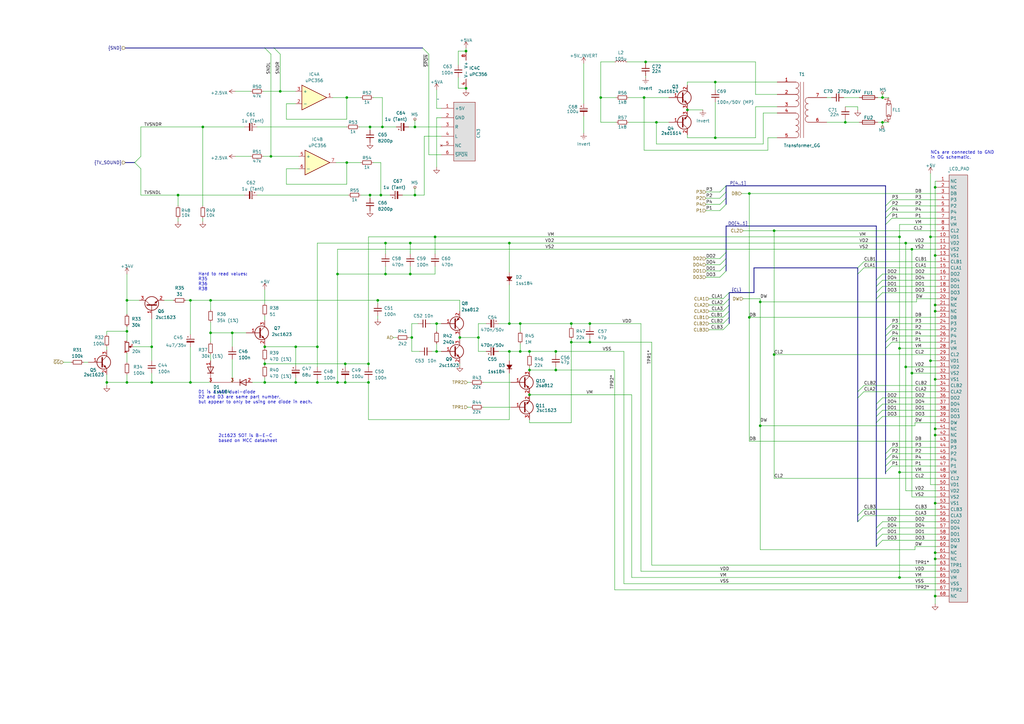
<source format=kicad_sch>
(kicad_sch (version 20230121) (generator eeschema)
  (paper "A3")
  (title_block (title "LCD Connection"))
  (bus_alias "" (members))
  (bus_alias "CL" (members "CLA1" "CLA2" "CLA3" "CLB1" "CLB2" "CLB3"))
  (junction (at 213.36 144.145))
  (junction (at 62.23 156.845))
  (junction (at 383.54 175.895))
  (junction (at 281.94 45.085))
  (junction (at 383.54 76.835))
  (junction (at 293.37 56.515))
  (junction (at 168.275 99.695))
  (junction (at 43.815 156.845))
  (junction (at 227.965 144.145))
  (junction (at 168.91 138.43))
  (junction (at 264.16 40.005))
  (junction (at 217.17 144.145))
  (junction (at 156.21 80.01))
  (junction (at 307.34 79.375))
  (junction (at 138.43 156.845))
  (junction (at 111.125 64.135))
  (junction (at 141.605 156.845))
  (junction (at 78.105 156.845))
  (junction (at 168.275 112.395))
  (junction (at 307.34 130.175))
  (junction (at 317.5 94.615))
  (junction (at 246.38 40.005))
  (junction (at 241.935 140.335))
  (junction (at 52.07 135.89))
  (junction (at 264.795 25.4))
  (junction (at 142.24 66.675))
  (junction (at 311.785 123.825))
  (junction (at 114.935 37.465))
  (junction (at 361.95 40.005))
  (junction (at 151.765 52.07))
  (junction (at 234.315 140.335))
  (junction (at 213.36 132.715))
  (junction (at 368.935 236.855))
  (junction (at 130.175 156.845))
  (junction (at 241.935 132.715))
  (junction (at 121.285 142.24))
  (junction (at 208.915 144.145))
  (junction (at 78.105 123.19))
  (junction (at 154.94 123.19))
  (junction (at 95.25 136.525))
  (junction (at 383.54 178.435))
  (junction (at 86.36 123.19))
  (junction (at 191.135 20.955))
  (junction (at 158.115 112.395))
  (junction (at 383.54 125.095))
  (junction (at 142.24 40.005))
  (junction (at 52.07 156.845))
  (junction (at 208.915 132.715))
  (junction (at 383.54 229.235))
  (junction (at 217.17 161.925))
  (junction (at 371.475 150.495))
  (junction (at 130.175 142.24))
  (junction (at 83.185 52.07))
  (junction (at 179.07 132.715))
  (junction (at 151.13 156.845))
  (junction (at 374.015 153.035))
  (junction (at 196.215 138.43))
  (junction (at 368.935 142.875))
  (junction (at 383.54 127.635))
  (junction (at 361.95 50.165))
  (junction (at 381.635 147.955))
  (junction (at 108.585 156.845))
  (junction (at 86.36 136.525))
  (junction (at 191.135 36.195))
  (junction (at 73.025 80.01))
  (junction (at 108.585 149.225))
  (junction (at 317.5 145.415))
  (junction (at 138.43 112.395))
  (junction (at 381.635 97.155))
  (junction (at 368.935 97.155))
  (junction (at 311.785 174.625))
  (junction (at 170.18 80.01))
  (junction (at 383.54 206.375))
  (junction (at 374.015 102.235))
  (junction (at 151.765 80.01))
  (junction (at 108.585 142.24))
  (junction (at 269.24 50.165))
  (junction (at 156.845 52.07))
  (junction (at 141.605 149.225))
  (junction (at 52.07 123.19))
  (junction (at 121.285 156.845))
  (junction (at 383.54 244.475))
  (junction (at 208.915 99.695))
  (junction (at 383.54 155.575))
  (junction (at 371.475 99.695))
  (junction (at 151.13 149.225))
  (junction (at 383.54 226.695))
  (junction (at 234.315 132.715))
  (junction (at 368.935 193.675))
  (junction (at 178.435 97.155))
  (junction (at 217.17 151.765))
  (junction (at 293.37 33.655))
  (junction (at 383.54 104.775))
  (junction (at 170.18 52.07))
  (junction (at 158.115 99.695))
  (junction (at 62.23 142.24))
  (junction (at 346.71 50.165))
  (junction (at 179.07 144.145))
  (junction (at 227.965 151.765))
  (junction (at 188.595 138.43))
  (bus_entry (at 363.22 86.995) (size 2.54 -2.54))
  (bus_entry (at 363.22 92.075) (size 2.54 -2.54))
  (bus_entry (at 361.95 165.735) (size -2.54 2.54))
  (bus_entry (at 295.275 108.585) (size 2.54 -2.54))
  (bus_entry (at 363.22 191.135) (size 2.54 -2.54))
  (bus_entry (at 363.22 188.595) (size 2.54 -2.54))
  (bus_entry (at 354.33 158.115) (size -2.54 2.54))
  (bus_entry (at 361.95 216.535) (size -2.54 2.54))
  (bus_entry (at 361.95 170.815) (size -2.54 2.54))
  (bus_entry (at 354.33 160.655) (size -2.54 2.54))
  (bus_entry (at 361.95 112.395) (size -2.54 2.54))
  (bus_entry (at 361.95 221.615) (size -2.54 2.54))
  (bus_entry (at 296.545 135.255) (size 2.54 -2.54))
  (bus_entry (at 57.785 69.215) (size -2.54 -2.54))
  (bus_entry (at 354.33 107.315) (size -2.54 2.54))
  (bus_entry (at 296.545 122.555) (size 2.54 -2.54))
  (bus_entry (at 361.95 163.195) (size -2.54 2.54))
  (bus_entry (at 295.275 86.36) (size 2.54 -2.54))
  (bus_entry (at 108.585 19.685) (size 2.54 2.54))
  (bus_entry (at 354.33 211.455) (size -2.54 2.54))
  (bus_entry (at 363.22 142.875) (size 2.54 -2.54))
  (bus_entry (at 354.33 208.915) (size -2.54 2.54))
  (bus_entry (at 112.395 19.685) (size 2.54 2.54))
  (bus_entry (at 295.275 81.28) (size 2.54 -2.54))
  (bus_entry (at 295.275 113.665) (size 2.54 -2.54))
  (bus_entry (at 295.275 106.045) (size 2.54 -2.54))
  (bus_entry (at 363.22 140.335) (size 2.54 -2.54))
  (bus_entry (at 363.22 84.455) (size 2.54 -2.54))
  (bus_entry (at 361.95 114.935) (size -2.54 2.54))
  (bus_entry (at 361.95 120.015) (size -2.54 2.54))
  (bus_entry (at 296.545 125.095) (size 2.54 -2.54))
  (bus_entry (at 295.275 83.82) (size 2.54 -2.54))
  (bus_entry (at 296.545 130.175) (size 2.54 -2.54))
  (bus_entry (at 296.545 127.635) (size 2.54 -2.54))
  (bus_entry (at 295.275 78.74) (size 2.54 -2.54))
  (bus_entry (at 296.545 132.715) (size 2.54 -2.54))
  (bus_entry (at 363.22 186.055) (size 2.54 -2.54))
  (bus_entry (at 55.245 66.675) (size 2.54 -2.54))
  (bus_entry (at 173.355 19.685) (size 2.54 2.54))
  (bus_entry (at 361.95 219.075) (size -2.54 2.54))
  (bus_entry (at 295.275 111.125) (size 2.54 -2.54))
  (bus_entry (at 361.95 117.475) (size -2.54 2.54))
  (bus_entry (at 363.22 137.795) (size 2.54 -2.54))
  (bus_entry (at 363.22 89.535) (size 2.54 -2.54))
  (bus_entry (at 354.33 109.855) (size -2.54 2.54))
  (bus_entry (at 361.95 168.275) (size -2.54 2.54))
  (bus_entry (at 361.95 213.995) (size -2.54 2.54))
  (bus_entry (at 363.22 135.255) (size 2.54 -2.54))
  (bus_entry (at 363.22 193.675) (size 2.54 -2.54))
  (wire (pts (xy 383.54 206.375) (xy 383.54 226.695)))
  (wire (pts (xy 138.43 156.845) (xy 138.43 112.395)))
  (wire (pts (xy 151.13 149.225) (xy 151.13 150.495)))
  (wire (pts (xy 78.105 123.19) (xy 86.36 123.19)))
  (bus (pts (xy 112.395 19.685) (xy 173.355 19.685)))
  (wire (pts (xy 234.315 139.065) (xy 234.315 140.335)))
  (wire (pts (xy 264.16 40.005) (xy 274.32 40.005)))
  (wire (pts (xy 361.95 50.165) (xy 361.95 52.07)))
  (wire (pts (xy 142.24 66.675) (xy 147.955 66.675)))
  (wire (pts (xy 368.935 92.075) (xy 368.935 97.155)))
  (wire (pts (xy 365.76 89.535) (xy 384.175 89.535)))
  (bus (pts (xy 297.815 83.82) (xy 297.815 81.28)))
  (wire (pts (xy 368.935 142.875) (xy 384.175 142.875)))
  (wire (pts (xy 259.08 161.925) (xy 259.08 236.855)))
  (wire (pts (xy 151.13 149.225) (xy 151.13 97.155)))
  (bus (pts (xy 351.79 211.455) (xy 351.79 213.995)))
  (wire (pts (xy 293.37 33.655) (xy 318.77 33.655)))
  (wire (pts (xy 151.765 52.07) (xy 156.845 52.07)))
  (wire (pts (xy 307.34 130.175) (xy 307.34 79.375)))
  (wire (pts (xy 142.24 40.005) (xy 142.24 48.895)))
  (wire (pts (xy 375.285 173.355) (xy 384.175 173.355)))
  (bus (pts (xy 359.41 165.735) (xy 359.41 168.275)))
  (wire (pts (xy 168.275 99.695) (xy 208.915 99.695)))
  (bus (pts (xy 297.815 103.505) (xy 297.815 106.045)))
  (wire (pts (xy 130.175 155.575) (xy 130.175 156.845)))
  (wire (pts (xy 264.795 31.115) (xy 264.795 31.75)))
  (wire (pts (xy 179.07 132.715) (xy 180.975 132.715)))
  (wire (pts (xy 311.785 174.625) (xy 311.785 225.425)))
  (wire (pts (xy 365.76 86.995) (xy 384.175 86.995)))
  (wire (pts (xy 383.54 127.635) (xy 383.54 155.575)))
  (wire (pts (xy 141.605 149.225) (xy 141.605 150.495)))
  (wire (pts (xy 368.935 92.075) (xy 384.175 92.075)))
  (wire (pts (xy 375.285 224.155) (xy 384.175 224.155)))
  (wire (pts (xy 141.605 149.225) (xy 151.13 149.225)))
  (wire (pts (xy 383.54 206.375) (xy 384.175 206.375)))
  (wire (pts (xy 217.17 151.765) (xy 217.17 150.495)))
  (wire (pts (xy 153.035 66.675) (xy 156.21 66.675)))
  (wire (pts (xy 374.015 153.035) (xy 384.175 153.035)))
  (wire (pts (xy 311.785 123.825) (xy 311.785 174.625)))
  (wire (pts (xy 281.94 34.925) (xy 281.94 33.655)))
  (wire (pts (xy 383.54 244.475) (xy 384.175 244.475)))
  (bus (pts (xy 299.085 125.095) (xy 299.085 122.555)))
  (wire (pts (xy 374.015 102.235) (xy 384.175 102.235)))
  (wire (pts (xy 361.95 112.395) (xy 384.175 112.395)))
  (bus (pts (xy 363.22 142.875) (xy 363.22 186.055)))
  (bus (pts (xy 359.41 92.71) (xy 359.41 114.935)))
  (wire (pts (xy 151.13 172.085) (xy 151.13 156.845)))
  (bus (pts (xy 359.41 168.275) (xy 359.41 170.815)))
  (wire (pts (xy 234.315 132.715) (xy 241.935 132.715)))
  (wire (pts (xy 204.47 132.715) (xy 208.915 132.715)))
  (wire (pts (xy 73.025 89.535) (xy 73.025 90.805)))
  (bus (pts (xy 363.22 84.455) (xy 363.22 86.995)))
  (wire (pts (xy 173.99 55.88) (xy 173.99 80.01)))
  (wire (pts (xy 383.54 175.895) (xy 384.175 175.895)))
  (wire (pts (xy 381.635 71.12) (xy 381.635 97.155)))
  (bus (pts (xy 359.41 170.815) (xy 359.41 173.355)))
  (wire (pts (xy 78.105 123.19) (xy 78.105 137.16)))
  (wire (pts (xy 179.07 144.145) (xy 180.975 144.145)))
  (wire (pts (xy 67.31 123.19) (xy 71.12 123.19)))
  (wire (pts (xy 267.335 231.775) (xy 384.175 231.775)))
  (wire (pts (xy 178.435 109.22) (xy 178.435 112.395)))
  (wire (pts (xy 117.475 42.545) (xy 121.285 42.545)))
  (wire (pts (xy 86.36 132.08) (xy 86.36 136.525)))
  (bus (pts (xy 297.815 76.2) (xy 363.22 76.2)))
  (wire (pts (xy 62.23 153.035) (xy 62.23 156.845)))
  (wire (pts (xy 191.135 36.195) (xy 191.135 36.83)))
  (wire (pts (xy 108.585 156.845) (xy 121.285 156.845)))
  (wire (pts (xy 354.33 160.655) (xy 384.175 160.655)))
  (wire (pts (xy 167.64 52.07) (xy 170.18 52.07)))
  (wire (pts (xy 52.07 112.395) (xy 52.07 123.19)))
  (wire (pts (xy 241.935 132.715) (xy 241.935 133.985)))
  (wire (pts (xy 57.785 52.07) (xy 83.185 52.07)))
  (wire (pts (xy 368.935 97.155) (xy 368.935 142.875)))
  (wire (pts (xy 227.965 151.765) (xy 217.17 151.765)))
  (wire (pts (xy 383.54 226.695) (xy 384.175 226.695)))
  (wire (pts (xy 26.035 148.59) (xy 29.21 148.59)))
  (wire (pts (xy 307.34 180.975) (xy 307.34 130.175)))
  (wire (pts (xy 158.115 112.395) (xy 138.43 112.395)))
  (wire (pts (xy 383.54 104.775) (xy 384.175 104.775)))
  (wire (pts (xy 293.37 56.515) (xy 309.88 56.515)))
  (wire (pts (xy 78.105 142.24) (xy 78.105 156.845)))
  (wire (pts (xy 208.915 116.84) (xy 208.915 132.715)))
  (wire (pts (xy 314.96 56.515) (xy 314.96 61.595)))
  (bus (pts (xy 299.085 122.555) (xy 299.085 120.015)))
  (wire (pts (xy 52.07 123.19) (xy 57.15 123.19)))
  (wire (pts (xy 255.905 239.395) (xy 384.175 239.395)))
  (wire (pts (xy 339.09 50.165) (xy 346.71 50.165)))
  (wire (pts (xy 108.585 129.54) (xy 108.585 131.445)))
  (wire (pts (xy 168.275 99.695) (xy 168.275 104.14)))
  (wire (pts (xy 153.035 40.005) (xy 156.845 40.005)))
  (wire (pts (xy 354.33 208.915) (xy 384.175 208.915)))
  (wire (pts (xy 289.56 113.665) (xy 295.275 113.665)))
  (wire (pts (xy 114.935 37.465) (xy 121.285 37.465)))
  (wire (pts (xy 208.915 111.76) (xy 208.915 99.695)))
  (wire (pts (xy 208.915 153.035) (xy 208.915 172.085)))
  (wire (pts (xy 208.915 99.695) (xy 371.475 99.695)))
  (wire (pts (xy 179.07 48.26) (xy 179.07 68.58)))
  (wire (pts (xy 227.965 150.495) (xy 227.965 151.765)))
  (wire (pts (xy 318.77 43.815) (xy 309.88 43.815)))
  (wire (pts (xy 234.315 173.355) (xy 234.315 140.335)))
  (wire (pts (xy 86.36 123.19) (xy 86.36 127)))
  (wire (pts (xy 311.785 123.825) (xy 311.785 122.555)))
  (wire (pts (xy 269.24 50.165) (xy 274.32 50.165)))
  (wire (pts (xy 188.595 137.795) (xy 188.595 138.43)))
  (wire (pts (xy 252.095 241.935) (xy 384.175 241.935)))
  (wire (pts (xy 365.76 191.135) (xy 384.175 191.135)))
  (bus (pts (xy 297.815 108.585) (xy 297.815 111.125)))
  (wire (pts (xy 374.015 203.835) (xy 384.175 203.835)))
  (wire (pts (xy 264.795 25.4) (xy 309.88 25.4)))
  (wire (pts (xy 173.99 55.88) (xy 180.975 55.88)))
  (wire (pts (xy 383.54 127.635) (xy 384.175 127.635)))
  (wire (pts (xy 241.935 132.715) (xy 262.89 132.715)))
  (wire (pts (xy 289.56 111.125) (xy 295.275 111.125)))
  (wire (pts (xy 289.56 108.585) (xy 295.275 108.585)))
  (wire (pts (xy 196.215 138.43) (xy 196.215 144.145)))
  (wire (pts (xy 361.95 216.535) (xy 384.175 216.535)))
  (bus (pts (xy 363.22 137.795) (xy 363.22 140.335)))
  (wire (pts (xy 178.435 97.155) (xy 178.435 104.14)))
  (wire (pts (xy 304.165 79.375) (xy 307.34 79.375)))
  (wire (pts (xy 257.81 50.165) (xy 269.24 50.165)))
  (wire (pts (xy 293.37 41.91) (xy 293.37 56.515)))
  (wire (pts (xy 57.785 64.135) (xy 57.785 52.07)))
  (bus (pts (xy 359.41 114.935) (xy 359.41 117.475)))
  (bus (pts (xy 299.085 120.015) (xy 309.245 120.015)))
  (wire (pts (xy 381.635 147.955) (xy 381.635 198.755)))
  (wire (pts (xy 361.95 120.015) (xy 384.175 120.015)))
  (wire (pts (xy 269.24 59.055) (xy 313.055 59.055)))
  (wire (pts (xy 130.175 99.695) (xy 158.115 99.695)))
  (wire (pts (xy 290.83 135.255) (xy 296.545 135.255)))
  (wire (pts (xy 108.585 149.225) (xy 108.585 149.86)))
  (bus (pts (xy 363.22 193.675) (xy 363.22 194.31)))
  (wire (pts (xy 281.94 56.515) (xy 281.94 55.245)))
  (wire (pts (xy 257.81 40.005) (xy 264.16 40.005)))
  (wire (pts (xy 346.71 50.165) (xy 352.425 50.165)))
  (wire (pts (xy 374.015 153.035) (xy 374.015 203.835)))
  (bus (pts (xy 309.245 120.015) (xy 309.245 109.855)))
  (wire (pts (xy 213.36 132.715) (xy 234.315 132.715)))
  (wire (pts (xy 43.815 135.89) (xy 52.07 135.89)))
  (wire (pts (xy 76.2 123.19) (xy 78.105 123.19)))
  (wire (pts (xy 151.765 52.07) (xy 151.765 53.34)))
  (wire (pts (xy 151.13 97.155) (xy 178.435 97.155)))
  (bus (pts (xy 363.22 76.2) (xy 363.22 84.455)))
  (wire (pts (xy 361.95 50.165) (xy 364.49 50.165)))
  (wire (pts (xy 290.83 132.715) (xy 296.545 132.715)))
  (wire (pts (xy 142.24 48.895) (xy 117.475 48.895)))
  (wire (pts (xy 43.815 142.24) (xy 43.815 143.51)))
  (bus (pts (xy 359.41 216.535) (xy 359.41 219.075)))
  (wire (pts (xy 107.95 64.135) (xy 111.125 64.135)))
  (wire (pts (xy 43.815 153.67) (xy 43.815 156.845)))
  (wire (pts (xy 52.07 156.845) (xy 62.23 156.845)))
  (wire (pts (xy 196.215 144.145) (xy 199.39 144.145)))
  (wire (pts (xy 96.52 64.135) (xy 102.87 64.135)))
  (wire (pts (xy 52.07 153.67) (xy 52.07 156.845)))
  (wire (pts (xy 375.92 122.555) (xy 375.92 123.825)))
  (wire (pts (xy 289.56 106.045) (xy 295.275 106.045)))
  (wire (pts (xy 117.475 75.565) (xy 117.475 69.215)))
  (wire (pts (xy 269.24 50.165) (xy 269.24 59.055)))
  (wire (pts (xy 290.83 130.175) (xy 296.545 130.175)))
  (wire (pts (xy 178.435 97.155) (xy 368.935 97.155)))
  (bus (pts (xy 363.22 188.595) (xy 363.22 191.135)))
  (wire (pts (xy 191.77 167.005) (xy 193.04 167.005)))
  (wire (pts (xy 43.815 137.16) (xy 43.815 135.89)))
  (wire (pts (xy 354.33 109.855) (xy 384.175 109.855)))
  (wire (pts (xy 173.99 80.01) (xy 170.18 80.01)))
  (bus (pts (xy 297.815 81.28) (xy 297.815 78.74)))
  (wire (pts (xy 264.795 25.4) (xy 264.795 26.035)))
  (wire (pts (xy 156.845 40.005) (xy 156.845 52.07)))
  (wire (pts (xy 158.115 99.695) (xy 168.275 99.695)))
  (bus (pts (xy 359.41 120.015) (xy 359.41 122.555)))
  (wire (pts (xy 43.815 156.845) (xy 43.815 158.115)))
  (wire (pts (xy 309.88 25.4) (xy 309.88 38.735)))
  (wire (pts (xy 267.335 140.335) (xy 267.335 231.775)))
  (bus (pts (xy 297.815 92.71) (xy 359.41 92.71)))
  (wire (pts (xy 83.185 52.07) (xy 100.33 52.07)))
  (wire (pts (xy 62.23 142.24) (xy 62.23 147.955)))
  (bus (pts (xy 359.41 219.075) (xy 359.41 221.615)))
  (wire (pts (xy 239.395 47.625) (xy 239.395 54.61)))
  (bus (pts (xy 297.815 76.2) (xy 297.815 78.74)))
  (bus (pts (xy 299.085 125.095) (xy 299.085 127.635)))
  (wire (pts (xy 103.505 156.845) (xy 108.585 156.845)))
  (wire (pts (xy 290.83 127.635) (xy 296.545 127.635)))
  (wire (pts (xy 318.77 38.735) (xy 309.88 38.735)))
  (wire (pts (xy 170.18 76.835) (xy 170.18 80.01)))
  (wire (pts (xy 361.95 165.735) (xy 384.175 165.735)))
  (wire (pts (xy 199.39 132.715) (xy 196.215 132.715)))
  (wire (pts (xy 156.845 52.07) (xy 162.56 52.07)))
  (wire (pts (xy 168.91 144.145) (xy 172.085 144.145)))
  (wire (pts (xy 147.955 80.01) (xy 151.765 80.01)))
  (wire (pts (xy 138.43 156.845) (xy 141.605 156.845)))
  (wire (pts (xy 289.56 78.74) (xy 295.275 78.74)))
  (wire (pts (xy 73.025 80.01) (xy 73.025 84.455)))
  (wire (pts (xy 213.36 132.715) (xy 213.36 135.89)))
  (wire (pts (xy 151.13 155.575) (xy 151.13 156.845)))
  (wire (pts (xy 168.275 112.395) (xy 158.115 112.395)))
  (wire (pts (xy 142.24 66.675) (xy 142.24 75.565)))
  (wire (pts (xy 105.41 80.01) (xy 142.875 80.01)))
  (wire (pts (xy 198.12 167.005) (xy 209.55 167.005)))
  (wire (pts (xy 83.185 52.07) (xy 83.185 84.455)))
  (wire (pts (xy 107.95 37.465) (xy 114.935 37.465)))
  (wire (pts (xy 175.895 63.5) (xy 175.895 22.225)))
  (bus (pts (xy 359.41 117.475) (xy 359.41 120.015)))
  (wire (pts (xy 255.905 144.145) (xy 255.905 239.395)))
  (bus (pts (xy 363.22 92.075) (xy 363.22 135.255)))
  (wire (pts (xy 381.635 97.155) (xy 381.635 147.955)))
  (wire (pts (xy 383.54 229.235) (xy 384.175 229.235)))
  (wire (pts (xy 371.475 150.495) (xy 371.475 201.295)))
  (bus (pts (xy 363.22 89.535) (xy 363.22 92.075)))
  (wire (pts (xy 141.605 155.575) (xy 141.605 156.845)))
  (wire (pts (xy 227.965 151.765) (xy 252.095 151.765)))
  (wire (pts (xy 130.175 156.845) (xy 138.43 156.845)))
  (wire (pts (xy 111.125 22.225) (xy 111.125 64.135)))
  (wire (pts (xy 217.17 144.145) (xy 213.36 144.145)))
  (wire (pts (xy 187.96 31.75) (xy 187.96 36.195)))
  (wire (pts (xy 375.285 173.355) (xy 375.285 174.625)))
  (wire (pts (xy 239.395 26.035) (xy 239.395 42.545)))
  (wire (pts (xy 293.37 33.655) (xy 293.37 36.83)))
  (wire (pts (xy 262.89 132.715) (xy 262.89 234.315)))
  (bus (pts (xy 351.79 112.395) (xy 351.79 160.655)))
  (wire (pts (xy 217.17 172.085) (xy 217.17 173.355)))
  (wire (pts (xy 375.285 225.425) (xy 311.785 225.425)))
  (wire (pts (xy 246.38 50.165) (xy 252.73 50.165)))
  (wire (pts (xy 117.475 48.895) (xy 117.475 42.545)))
  (wire (pts (xy 383.54 125.095) (xy 383.54 127.635)))
  (wire (pts (xy 289.56 86.36) (xy 295.275 86.36)))
  (wire (pts (xy 187.96 36.195) (xy 191.135 36.195)))
  (wire (pts (xy 111.125 64.135) (xy 122.555 64.135)))
  (wire (pts (xy 241.935 140.335) (xy 267.335 140.335)))
  (wire (pts (xy 289.56 83.82) (xy 295.275 83.82)))
  (wire (pts (xy 317.5 94.615) (xy 384.175 94.615)))
  (wire (pts (xy 188.595 123.19) (xy 188.595 127.635)))
  (wire (pts (xy 383.54 178.435) (xy 384.175 178.435)))
  (wire (pts (xy 217.17 161.925) (xy 259.08 161.925)))
  (wire (pts (xy 170.18 52.07) (xy 180.975 52.07)))
  (wire (pts (xy 154.94 123.19) (xy 188.595 123.19)))
  (wire (pts (xy 78.105 156.845) (xy 86.36 156.845)))
  (wire (pts (xy 383.54 178.435) (xy 383.54 206.375)))
  (bus (pts (xy 299.085 132.715) (xy 299.085 130.175)))
  (wire (pts (xy 368.935 236.855) (xy 384.175 236.855)))
  (wire (pts (xy 346.71 43.815) (xy 351.79 43.815)))
  (wire (pts (xy 180.975 48.26) (xy 179.07 48.26)))
  (wire (pts (xy 365.76 186.055) (xy 384.175 186.055)))
  (wire (pts (xy 179.07 36.83) (xy 179.07 44.45)))
  (wire (pts (xy 311.785 174.625) (xy 375.285 174.625)))
  (wire (pts (xy 204.47 144.145) (xy 208.915 144.145)))
  (wire (pts (xy 156.21 66.675) (xy 156.21 80.01)))
  (wire (pts (xy 361.95 170.815) (xy 384.175 170.815)))
  (wire (pts (xy 198.12 156.845) (xy 209.55 156.845)))
  (wire (pts (xy 158.115 99.695) (xy 158.115 104.14)))
  (wire (pts (xy 371.475 99.695) (xy 371.475 150.495)))
  (wire (pts (xy 383.54 244.475) (xy 383.54 247.65)))
  (wire (pts (xy 117.475 69.215) (xy 122.555 69.215)))
  (wire (pts (xy 383.54 76.835) (xy 384.175 76.835)))
  (wire (pts (xy 361.95 219.075) (xy 384.175 219.075)))
  (wire (pts (xy 365.76 140.335) (xy 384.175 140.335)))
  (wire (pts (xy 383.54 226.695) (xy 383.54 229.235)))
  (wire (pts (xy 241.935 140.335) (xy 241.935 139.065)))
  (wire (pts (xy 307.34 130.175) (xy 384.175 130.175)))
  (wire (pts (xy 161.29 138.43) (xy 162.56 138.43)))
  (wire (pts (xy 234.315 132.715) (xy 234.315 133.985)))
  (wire (pts (xy 57.785 80.01) (xy 73.025 80.01)))
  (wire (pts (xy 188.595 138.43) (xy 188.595 139.065)))
  (wire (pts (xy 313.055 46.355) (xy 318.77 46.355)))
  (wire (pts (xy 108.585 118.745) (xy 108.585 124.46)))
  (wire (pts (xy 227.965 144.145) (xy 217.17 144.145)))
  (wire (pts (xy 246.38 25.4) (xy 246.38 40.005)))
  (wire (pts (xy 52.07 123.19) (xy 52.07 128.905)))
  (wire (pts (xy 95.25 136.525) (xy 100.965 136.525)))
  (wire (pts (xy 290.83 125.095) (xy 296.545 125.095)))
  (wire (pts (xy 361.95 213.995) (xy 384.175 213.995)))
  (wire (pts (xy 354.33 107.315) (xy 384.175 107.315)))
  (wire (pts (xy 208.915 172.085) (xy 151.13 172.085)))
  (wire (pts (xy 130.175 142.24) (xy 130.175 150.495)))
  (wire (pts (xy 351.79 43.815) (xy 351.79 45.085)))
  (wire (pts (xy 361.95 38.1) (xy 361.95 40.005)))
  (wire (pts (xy 156.21 80.01) (xy 160.02 80.01)))
  (wire (pts (xy 168.91 132.715) (xy 168.91 138.43)))
  (wire (pts (xy 384.175 97.155) (xy 381.635 97.155)))
  (wire (pts (xy 108.585 154.94) (xy 108.585 156.845)))
  (bus (pts (xy 309.245 109.855) (xy 351.79 109.855)))
  (wire (pts (xy 170.18 80.01) (xy 165.1 80.01)))
  (wire (pts (xy 381.635 147.955) (xy 384.175 147.955)))
  (wire (pts (xy 311.785 123.825) (xy 375.92 123.825)))
  (wire (pts (xy 121.285 154.94) (xy 121.285 156.845)))
  (wire (pts (xy 309.88 43.815) (xy 309.88 56.515)))
  (wire (pts (xy 368.935 193.675) (xy 384.175 193.675)))
  (wire (pts (xy 208.915 144.145) (xy 213.36 144.145)))
  (wire (pts (xy 105.41 52.07) (xy 142.24 52.07)))
  (wire (pts (xy 57.785 69.215) (xy 57.785 80.01)))
  (wire (pts (xy 158.115 109.22) (xy 158.115 112.395)))
  (wire (pts (xy 142.24 75.565) (xy 117.475 75.565)))
  (wire (pts (xy 289.56 81.28) (xy 295.275 81.28)))
  (wire (pts (xy 179.07 132.715) (xy 179.07 135.89)))
  (wire (pts (xy 307.34 180.975) (xy 384.175 180.975)))
  (wire (pts (xy 365.76 132.715) (xy 384.175 132.715)))
  (wire (pts (xy 86.36 123.19) (xy 154.94 123.19)))
  (wire (pts (xy 365.76 137.795) (xy 384.175 137.795)))
  (wire (pts (xy 208.915 147.955) (xy 208.915 144.145)))
  (wire (pts (xy 371.475 150.495) (xy 384.175 150.495)))
  (wire (pts (xy 365.76 81.915) (xy 384.175 81.915)))
  (wire (pts (xy 383.54 175.895) (xy 383.54 178.435)))
  (wire (pts (xy 208.915 132.715) (xy 213.36 132.715)))
  (wire (pts (xy 375.285 224.155) (xy 375.285 225.425)))
  (wire (pts (xy 187.96 20.955) (xy 191.135 20.955)))
  (bus (pts (xy 51.435 19.685) (xy 108.585 19.685)))
  (wire (pts (xy 361.95 40.005) (xy 364.49 40.005)))
  (wire (pts (xy 73.025 80.01) (xy 100.33 80.01)))
  (wire (pts (xy 121.285 156.845) (xy 130.175 156.845)))
  (wire (pts (xy 383.54 155.575) (xy 383.54 175.895)))
  (wire (pts (xy 317.5 145.415) (xy 317.5 196.215)))
  (wire (pts (xy 257.175 25.4) (xy 264.795 25.4)))
  (wire (pts (xy 178.435 112.395) (xy 168.275 112.395)))
  (wire (pts (xy 304.8 122.555) (xy 311.785 122.555)))
  (wire (pts (xy 227.965 145.415) (xy 227.965 144.145)))
  (wire (pts (xy 179.07 140.97) (xy 179.07 144.145)))
  (wire (pts (xy 307.34 79.375) (xy 384.175 79.375)))
  (bus (pts (xy 363.22 135.255) (xy 363.22 137.795)))
  (wire (pts (xy 167.64 138.43) (xy 168.91 138.43)))
  (wire (pts (xy 246.38 40.005) (xy 246.38 50.165)))
  (wire (pts (xy 180.975 44.45) (xy 179.07 44.45)))
  (bus (pts (xy 51.435 66.675) (xy 55.245 66.675)))
  (wire (pts (xy 130.175 99.695) (xy 130.175 142.24)))
  (bus (pts (xy 297.815 106.045) (xy 297.815 108.585)))
  (wire (pts (xy 317.5 196.215) (xy 384.175 196.215)))
  (wire (pts (xy 365.76 135.255) (xy 384.175 135.255)))
  (wire (pts (xy 281.94 45.085) (xy 288.29 45.085)))
  (wire (pts (xy 180.975 63.5) (xy 175.895 63.5)))
  (wire (pts (xy 168.275 109.22) (xy 168.275 112.395)))
  (wire (pts (xy 375.92 122.555) (xy 384.175 122.555)))
  (wire (pts (xy 317.5 94.615) (xy 317.5 145.415)))
  (wire (pts (xy 121.285 142.24) (xy 121.285 149.86)))
  (wire (pts (xy 383.54 104.775) (xy 383.54 125.095)))
  (bus (pts (xy 297.815 92.71) (xy 297.815 103.505)))
  (bus (pts (xy 363.22 86.995) (xy 363.22 89.535)))
  (wire (pts (xy 154.94 123.19) (xy 154.94 124.46)))
  (wire (pts (xy 138.43 112.395) (xy 138.43 102.235)))
  (bus (pts (xy 363.22 140.335) (xy 363.22 142.875)))
  (wire (pts (xy 191.77 156.845) (xy 193.04 156.845)))
  (wire (pts (xy 368.935 142.875) (xy 368.935 193.675)))
  (wire (pts (xy 246.38 40.005) (xy 252.73 40.005)))
  (bus (pts (xy 359.41 221.615) (xy 359.41 224.155)))
  (wire (pts (xy 136.525 40.005) (xy 142.24 40.005)))
  (wire (pts (xy 264.16 61.595) (xy 314.96 61.595)))
  (wire (pts (xy 281.94 33.655) (xy 293.37 33.655)))
  (wire (pts (xy 191.135 19.685) (xy 191.135 20.955)))
  (wire (pts (xy 137.795 66.675) (xy 142.24 66.675)))
  (wire (pts (xy 213.36 140.97) (xy 213.36 144.145)))
  (wire (pts (xy 52.07 135.89) (xy 52.07 139.7)))
  (wire (pts (xy 96.52 37.465) (xy 102.87 37.465)))
  (wire (pts (xy 86.36 136.525) (xy 86.36 140.335)))
  (wire (pts (xy 170.18 48.895) (xy 170.18 52.07)))
  (wire (pts (xy 86.36 145.415) (xy 86.36 147.955)))
  (bus (pts (xy 351.79 109.855) (xy 351.79 112.395)))
  (wire (pts (xy 252.095 25.4) (xy 246.38 25.4)))
  (wire (pts (xy 151.765 80.01) (xy 156.21 80.01)))
  (wire (pts (xy 317.5 145.415) (xy 384.175 145.415)))
  (wire (pts (xy 176.53 132.715) (xy 179.07 132.715)))
  (wire (pts (xy 95.25 147.32) (xy 95.25 156.845)))
  (wire (pts (xy 114.935 22.225) (xy 114.935 37.465)))
  (wire (pts (xy 346.71 48.895) (xy 346.71 50.165)))
  (wire (pts (xy 147.32 52.07) (xy 151.765 52.07)))
  (wire (pts (xy 354.33 211.455) (xy 384.175 211.455)))
  (wire (pts (xy 304.8 94.615) (xy 317.5 94.615)))
  (wire (pts (xy 313.055 59.055) (xy 313.055 46.355)))
  (wire (pts (xy 227.965 144.145) (xy 255.905 144.145)))
  (wire (pts (xy 354.33 158.115) (xy 384.175 158.115)))
  (wire (pts (xy 361.95 168.275) (xy 384.175 168.275)))
  (wire (pts (xy 62.23 156.845) (xy 78.105 156.845)))
  (wire (pts (xy 121.285 142.24) (xy 130.175 142.24)))
  (wire (pts (xy 234.315 140.335) (xy 241.935 140.335)))
  (bus (pts (xy 363.22 191.135) (xy 363.22 193.675)))
  (wire (pts (xy 151.765 80.01) (xy 151.765 81.28)))
  (bus (pts (xy 359.41 173.355) (xy 359.41 216.535)))
  (wire (pts (xy 141.605 156.845) (xy 151.13 156.845)))
  (bus (pts (xy 351.79 163.195) (xy 351.79 211.455)))
  (wire (pts (xy 54.61 142.24) (xy 62.23 142.24)))
  (wire (pts (xy 188.595 138.43) (xy 196.215 138.43)))
  (wire (pts (xy 171.45 132.715) (xy 168.91 132.715)))
  (wire (pts (xy 217.17 145.415) (xy 217.17 144.145)))
  (wire (pts (xy 187.96 26.67) (xy 187.96 20.955)))
  (wire (pts (xy 154.94 129.54) (xy 154.94 130.81)))
  (wire (pts (xy 108.585 142.24) (xy 108.585 142.875)))
  (wire (pts (xy 365.76 183.515) (xy 384.175 183.515)))
  (wire (pts (xy 177.165 144.145) (xy 179.07 144.145)))
  (wire (pts (xy 168.91 138.43) (xy 168.91 144.145)))
  (wire (pts (xy 290.83 122.555) (xy 296.545 122.555)))
  (wire (pts (xy 86.36 136.525) (xy 95.25 136.525)))
  (wire (pts (xy 108.585 141.605) (xy 108.585 142.24)))
  (wire (pts (xy 361.95 163.195) (xy 384.175 163.195)))
  (wire (pts (xy 142.24 40.005) (xy 147.955 40.005)))
  (wire (pts (xy 365.76 84.455) (xy 384.175 84.455)))
  (wire (pts (xy 365.76 188.595) (xy 384.175 188.595)))
  (wire (pts (xy 34.29 148.59) (xy 36.195 148.59)))
  (wire (pts (xy 95.25 136.525) (xy 95.25 142.24)))
  (wire (pts (xy 138.43 102.235) (xy 374.015 102.235)))
  (bus (pts (xy 351.79 160.655) (xy 351.79 163.195)))
  (wire (pts (xy 339.09 40.005) (xy 340.995 40.005)))
  (wire (pts (xy 383.54 76.835) (xy 383.54 104.775)))
  (wire (pts (xy 43.815 156.845) (xy 52.07 156.845)))
  (wire (pts (xy 381.635 198.755) (xy 384.175 198.755)))
  (wire (pts (xy 83.185 89.535) (xy 83.185 90.805)))
  (wire (pts (xy 371.475 99.695) (xy 384.175 99.695)))
  (wire (pts (xy 360.045 50.165) (xy 361.95 50.165)))
  (wire (pts (xy 383.54 229.235) (xy 383.54 244.475)))
  (bus (pts (xy 108.585 19.685) (xy 112.395 19.685)))
  (wire (pts (xy 52.07 144.78) (xy 52.07 148.59)))
  (bus (pts (xy 363.22 186.055) (xy 363.22 188.595)))
  (wire (pts (xy 383.54 125.095) (xy 384.175 125.095)))
  (wire (pts (xy 383.54 74.295) (xy 383.54 76.835)))
  (wire (pts (xy 314.96 56.515) (xy 318.77 56.515)))
  (wire (pts (xy 62.23 142.24) (xy 62.23 130.81)))
  (bus (pts (xy 359.41 122.555) (xy 359.41 165.735)))
  (wire (pts (xy 217.17 173.355) (xy 234.315 173.355)))
  (wire (pts (xy 252.095 151.765) (xy 252.095 241.935)))
  (wire (pts (xy 384.175 74.295) (xy 383.54 74.295)))
  (wire (pts (xy 188.595 149.225) (xy 188.595 149.86)))
  (wire (pts (xy 259.08 236.855) (xy 368.935 236.855)))
  (wire (pts (xy 374.015 102.235) (xy 374.015 153.035)))
  (bus (pts (xy 299.085 130.175) (xy 299.085 127.635)))
  (wire (pts (xy 361.95 114.935) (xy 384.175 114.935)))
  (wire (pts (xy 361.95 221.615) (xy 384.175 221.615)))
  (wire (pts (xy 346.075 40.005) (xy 352.425 40.005)))
  (wire (pts (xy 108.585 147.955) (xy 108.585 149.225)))
  (wire (pts (xy 368.935 193.675) (xy 368.935 236.855)))
  (wire (pts (xy 371.475 201.295) (xy 384.175 201.295)))
  (wire (pts (xy 360.045 40.005) (xy 361.95 40.005)))
  (wire (pts (xy 196.215 132.715) (xy 196.215 138.43)))
  (wire (pts (xy 361.95 117.475) (xy 384.175 117.475)))
  (wire (pts (xy 108.585 149.225) (xy 141.605 149.225)))
  (wire (pts (xy 108.585 142.24) (xy 121.285 142.24)))
  (wire (pts (xy 52.07 135.89) (xy 52.07 133.985)))
  (wire (pts (xy 383.54 155.575) (xy 384.175 155.575)))
  (wire (pts (xy 262.89 234.315) (xy 384.175 234.315)))
  (wire (pts (xy 281.94 56.515) (xy 293.37 56.515)))
  (wire (pts (xy 264.16 40.005) (xy 264.16 61.595)))
  (text "NCs are connected to GND\nin OG schematic." (at 381.635 65.405 0) (effects (font (size 1.27 1.27)) (justify left bottom)))
  (text "2c1623 SOT is B-E-C\nbased on MCC datasheet" (at 89.535 181.61 0) (effects (font (size 1.27 1.27)) (justify left bottom)))
  (text "D1 is a AAK dual-diode\nD2 and D3 are same part number, \nbut appear to only be using one diode in each." (at 81.28 165.735 0) (effects (font (size 1.27 1.27)) (justify left bottom)))
  (text "Hard to read values:\nR35\nR36\nR38" (at 81.28 119.38 0) (effects (font (size 1.27 1.27)) (justify left bottom)))
  (label "CLA1" (at 354.33 109.855 0))
  (label "DO3" (at 375.285 221.615 0))
  (label "P4" (at 375.285 188.595 0))
  (label "DO4" (at 363.855 216.535 0))
  (label "DO2" (at 375.285 213.995 0))
  (label "P2" (at 375.285 84.455 0))
  (label "VS2" (at 375.285 153.035 0))
  (label "VM" (at 352.425 97.155 0))
  (label "VDD" (at 295.275 234.315 0))
  (label "VD2" (at 352.425 99.695 0))
  (label "DW" (at 311.785 173.355 0))
  (label "CLA2" (at 354.33 160.655 0))
  (label "DW" (at 311.785 122.555 0))
  (label "CLA1" (at 375.285 109.855 0))
  (label "P2" (at 289.56 81.28 0))
  (label "TPR2*" (at 375.285 241.935 0))
  (label "P[4..1]" (at 306.07 76.2 180))
  (label "P3" (at 365.76 132.715 0))
  (label "VSS" (at 295.275 239.395 0))
  (label "CLA3" (at 375.285 211.455 0))
  (label "DO1" (at 375.285 168.275 0))
  (label "SNDR" (at 114.935 30.48 90))
  (label "CL2" (at 317.5 196.215 0))
  (label "DO4" (at 289.56 108.585 0))
  (label "DO4" (at 375.285 216.535 0))
  (label "P3" (at 375.285 132.715 0))
  (label "VDD" (at 375.285 234.315 0))
  (label "CL2" (at 375.285 145.415 0))
  (label "CLB2" (at 354.33 158.115 0))
  (label "CLA3" (at 354.33 211.455 0))
  (label "VS2" (at 375.285 102.235 0))
  (label "DO2" (at 363.855 163.195 0))
  (label "P2" (at 375.285 135.255 0))
  (label "CLB1" (at 354.33 107.315 0))
  (label "DB" (at 375.285 130.175 0))
  (label "DO4" (at 363.855 114.935 0))
  (label "CLA1" (at 296.545 122.555 180))
  (label "DO3" (at 289.56 113.665 0))
  (label "P2" (at 365.76 135.255 0))
  (label "DO2" (at 375.285 163.195 0))
  (label "CLB1" (at 375.285 107.315 0))
  (label "CL2" (at 374.65 94.615 0))
  (label "TVSNDR" (at 59.055 52.07 0))
  (label "VSS" (at 250.825 144.145 180))
  (label "DO3" (at 363.855 170.815 0))
  (label "DO1" (at 375.285 117.475 0))
  (label "{CL}" (at 304.165 120.015 180))
  (label "DO2" (at 375.285 112.395 0))
  (label "DO3" (at 363.855 120.015 0))
  (label "DO3" (at 363.855 221.615 0))
  (label "P4" (at 365.76 188.595 0))
  (label "P2" (at 375.285 186.055 0))
  (label "P3" (at 289.56 78.74 0))
  (label "VD2" (at 227.33 99.695 180))
  (label "P1" (at 365.76 191.135 0))
  (label "TVSNDL" (at 59.055 80.01 0))
  (label "DO4" (at 375.285 114.935 0))
  (label "VDD" (at 259.08 132.715 180))
  (label "DO2" (at 363.855 213.995 0))
  (label "DO2" (at 289.56 106.045 0))
  (label "DO4" (at 363.855 165.735 0))
  (label "CLA3" (at 296.545 127.635 180))
  (label "DO1" (at 363.855 219.075 0))
  (label "CLB3" (at 375.285 208.915 0))
  (label "CLA2" (at 296.545 125.095 180))
  (label "DB" (at 375.285 79.375 0))
  (label "DO1" (at 363.855 117.475 0))
  (label "P2" (at 365.76 186.055 0))
  (label "DO3" (at 375.285 120.015 0))
  (label "VD2" (at 375.285 99.695 0))
  (label "VS2" (at 227.33 102.235 180))
  (label "VS2" (at 352.425 102.235 0))
  (label "TPR1*" (at 375.285 231.775 0))
  (label "P3" (at 375.285 183.515 0))
  (label "VSS" (at 375.285 239.395 0))
  (label "VM" (at 295.275 236.855 0))
  (label "CL2" (at 375.285 196.215 0))
  (label "DO1" (at 363.855 168.275 0))
  (label "DW" (at 375.285 224.155 0))
  (label "TPR1*" (at 267.335 143.51 270))
  (label "VS2" (at 375.285 203.835 0))
  (label "DO2" (at 363.855 112.395 0))
  (label "DW" (at 378.46 122.555 180))
  (label "P3" (at 365.76 183.515 0))
  (label "P4" (at 365.76 86.995 0))
  (label "DB" (at 307.34 130.175 0))
  (label "CLB3" (at 296.545 135.255 180))
  (label "P1" (at 289.56 86.36 0))
  (label "P1" (at 365.76 89.535 0))
  (label "DO3" (at 375.285 170.815 0))
  (label "VM" (at 375.285 142.875 0))
  (label "P4" (at 375.285 86.995 0))
  (label "DB" (at 307.34 180.975 0))
  (label "CLB2" (at 296.545 132.715 180))
  (label "DW" (at 375.285 173.355 0))
  (label "P3" (at 365.76 81.915 0))
  (label "~{SPON}" (at 175.895 22.225 270))
  (label "DO4" (at 375.285 165.735 0))
  (label "DO[4..1]" (at 306.705 92.71 180))
  (label "CLB1" (at 296.545 130.175 180))
  (label "P3" (at 375.285 81.915 0))
  (label "TPR2*" (at 252.095 153.67 270))
  (label "P1" (at 375.285 140.335 0))
  (label "VM" (at 375.285 92.075 0))
  (label "VM" (at 243.205 161.925 180))
  (label "DB" (at 375.285 180.975 0))
  (label "VM" (at 375.285 236.855 0))
  (label "CLA2" (at 375.285 160.655 0))
  (label "VM" (at 375.285 193.675 0))
  (label "SNDL" (at 111.125 30.48 90))
  (label "CLB3" (at 354.33 208.915 0))
  (label "P4" (at 375.285 137.795 0))
  (label "P4" (at 289.56 83.82 0))
  (label "VD2" (at 375.285 150.495 0))
  (label "P2" (at 365.76 84.455 0))
  (label "CLB2" (at 375.285 158.115 0))
  (label "VM" (at 227.33 97.155 180))
  (label "P1" (at 375.285 89.535 0))
  (label "VD2" (at 375.285 201.295 0))
  (label "DO1" (at 375.285 219.075 0))
  (label "P1" (at 365.76 140.335 0))
  (label "P1" (at 375.285 191.135 0))
  (label "P4" (at 365.76 137.795 0))
  (label "DO1" (at 289.56 111.125 0))
  (label "CL2" (at 317.5 145.415 0))
  (hierarchical_label "P2" (shape input) (at 289.56 81.28 180))
  (hierarchical_label "CLA1" (shape input) (at 290.83 122.555 180))
  (hierarchical_label "{SND}" (shape input) (at 51.435 19.685 180))
  (hierarchical_label "TPR2" (shape input) (at 191.77 156.845 180))
  (hierarchical_label "CLB1" (shape input) (at 290.83 130.175 180))
  (hierarchical_label "A" (shape input) (at 161.29 138.43 180))
  (hierarchical_label "{TV_SOUND}" (shape input) (at 51.435 66.675 180))
  (hierarchical_label "CLB3" (shape input) (at 290.83 135.255 180))
  (hierarchical_label "DO3" (shape input) (at 289.56 113.665 180))
  (hierarchical_label "DB" (shape input) (at 304.165 79.375 180))
  (hierarchical_label "P4" (shape input) (at 289.56 83.82 180))
  (hierarchical_label "TPR1" (shape input) (at 191.77 167.005 180))
  (hierarchical_label "DW" (shape input) (at 304.8 122.555 180))
  (hierarchical_label "DO2" (shape input) (at 289.56 106.045 180))
  (hierarchical_label "DO1" (shape input) (at 289.56 111.125 180))
  (hierarchical_label "P1" (shape input) (at 289.56 86.36 180))
  (hierarchical_label "CLA3" (shape input) (at 290.83 127.635 180))
  (hierarchical_label "~{GG}" (shape input) (at 26.035 148.59 180))
  (hierarchical_label "CL2" (shape input) (at 304.8 94.615 180))
  (hierarchical_label "P3" (shape input) (at 289.56 78.74 180))
  (hierarchical_label "CLA2" (shape input) (at 290.83 125.095 180))
  (hierarchical_label "DO4" (shape input) (at 289.56 108.585 180))
  (hierarchical_label "CLB2" (shape input) (at 290.83 132.715 180))
  (symbol (lib_id "power:GND") (at 151.765 86.36 0) (unit 1)
    (property "Reference" "#PWR080" (effects hide))
    (property "Value" "GND" (effects hide))
  )
  (symbol (lib_id "Device:R_Small") (at 213.36 138.43 180) (unit 1)
    (property "Reference" "R45" (at 215.265 137.795 0) (effects (justify right)))
    (property "Value" "1M" (at 215.265 140.335 0) (effects (justify right)))
  )
  (symbol (lib_id "power:+5V") (at 108.585 118.745 0) (unit 1)
    (property "Reference" "#PWR023" (effects hide))
    (property "Value" "+5V" (at 108.585 115.57 0))
  )
  (symbol (lib_id "Device:Fuse") (at 356.235 50.165 90) (unit 1)
    (property "Reference" "FU2" (at 356.235 48.26 90))
    (property "Value" "Fuse" (effects hide))
  )
  (symbol (lib_id "Device:C_Small") (at 187.96 29.21 0) (unit 1)
    (property "Reference" "C63" (at 181.61 27.305 0) (effects (justify left)))
    (property "Value" "100n" (at 180.975 29.845 0) (effects (justify left)))
  )
  (symbol (lib_id "Device:R_Small") (at 145.415 80.01 270) (unit 1)
    (property "Reference" "R55" (at 145.415 78.105 90))
    (property "Value" "1k" (at 145.415 81.915 90))
  )
  (symbol (lib_id "Device:C_Small") (at 168.275 106.68 0) (unit 1)
    (property "Reference" "C59" (at 170.815 106.0513 0) (effects (justify left)))
    (property "Value" "100n" (at 170.815 108.5913 0) (effects (justify left)))
  )
  (symbol (lib_id "power:GND") (at 151.765 58.42 0) (unit 1)
    (property "Reference" "#PWR079" (effects hide))
    (property "Value" "GND" (effects hide))
  )
  (symbol (lib_id "Device:R_Small") (at 108.585 152.4 180) (unit 1)
    (property "Reference" "R40" (at 110.49 151.765 0) (effects (justify right)))
    (property "Value" "470 (1%)" (at 110.49 154.305 0) (effects (justify right)))
  )
  (symbol (lib_id "power:GND") (at 351.79 45.085 0) (unit 1)
    (property "Reference" "#PWR070" (effects hide))
    (property "Value" "GND" (effects hide))
  )
  (symbol (lib_id "Device:C_Polarized_Small") (at 102.87 80.01 270) (unit 1)
    (property "Reference" "C62" (at 100.965 74.93 90) (effects (justify left)))
    (property "Value" "1u (Tant)" (at 99.06 77.47 90) (effects (justify left)))
  )
  (symbol (lib_id "Device:C_Polarized_Small") (at 162.56 80.01 90) (unit 1)
    (property "Reference" "C67" (at 165.1 74.295 90) (effects (justify left)))
    (property "Value" "1u (Tant)" (at 166.37 76.835 90) (effects (justify left)))
  )
  (symbol (lib_id "Device:C_Polarized_Small") (at 121.285 152.4 0) (unit 1)
    (property "Reference" "C47" (at 123.825 151.2189 0) (effects (justify left)))
    (property "Value" "68u" (at 123.825 153.7589 0) (effects (justify left)))
  )
  (symbol (lib_id "Device:R_Small") (at 179.07 138.43 180) (unit 1)
    (property "Reference" "R42" (at 181.61 137.795 0) (effects (justify right)))
    (property "Value" "240k" (at 181.61 140.335 0) (effects (justify right)))
  )
  (symbol (lib_id "Game Gear Symbol Library:Invert") (at 264.795 31.75 0) (unit 1)
    (property "Reference" "#PWR060" (effects hide))
    (property "Value" "Invert" (at 264.795 36.195 0))
    (instances (project "Game Gear VA1" (path "" (reference "#PWR060") (unit 1)) (path "" (reference "#PWR068") (unit 1))))
  )
  (symbol (lib_id "power:+5VA") (at 179.07 36.83 0) (unit 1)
    (property "Reference" "#PWR075" (effects hide))
    (property "Value" "+5VA" (at 179.07 33.655 0))
  )
  (symbol (lib_id "Device:L_Small") (at 254.635 25.4 90) (unit 1)
    (property "Reference" "L2" (at 254.635 21.59 90))
    (property "Value" "105u" (at 254.635 24.13 90))
  )
  (symbol (lib_id "Device:Q_NPN_BCE") (at 279.4 40.005 0) (unit 1)
    (property "Reference" "Q3" (at 275.59 35.56 0) (effects (justify left)))
    (property "Value" "2sd1614" (at 269.875 37.465 0) (effects (justify left)))
  )
  (symbol (lib_id "power:GND") (at 179.07 68.58 0) (unit 1)
    (property "Reference" "#PWR078" (effects hide))
    (property "Value" "GND" (effects hide))
  )
  (symbol (lib_id "Device:C_Small") (at 95.25 144.78 0) (unit 1)
    (property "Reference" "C46" (at 97.79 144.1513 0) (effects (justify left)))
    (property "Value" "100n" (at 97.79 146.6913 0) (effects (justify left)))
  )
  (symbol (lib_id "Game Gear Symbol Library:+2.5V") (at 96.52 37.465 90) (unit 1)
    (property "Reference" "#PWR071" (effects hide))
    (property "Value" "+2.5V" (at 93.345 38.1 90) (effects (justify left)))
  )
  (symbol (lib_id "Game Gear Symbol Library:D_Dual_CommonCathode_AAK_90deg") (at 86.36 151.765 0) (unit 1)
    (property "Reference" "D1" (at 90.17 158.75 0) (effects (justify right)))
    (property "Value" "1ss184" (at 94.615 160.655 0) (effects (justify right)))
  )
  (symbol (lib_id "Device:C_Small") (at 178.435 106.68 0) (unit 1)
    (property "Reference" "C60" (at 180.975 106.0513 0) (effects (justify left)))
    (property "Value" "470n" (at 180.975 108.5913 0) (effects (justify left)))
  )
  (symbol (lib_id "Device:C_Small") (at 158.115 106.68 0) (unit 1)
    (property "Reference" "C58" (at 160.655 106.0513 0) (effects (justify left)))
    (property "Value" "470n" (at 160.655 108.5913 0) (effects (justify left)))
  )
  (symbol (lib_id "power:GND") (at 73.025 90.805 0) (unit 1)
    (property "Reference" "#PWR073" (effects hide))
    (property "Value" "GND" (effects hide))
  )
  (symbol (lib_id "Device:C_Small") (at 151.765 55.88 0) (unit 1)
    (property "Reference" "C65" (at 154.94 55.2513 0) (effects (justify left)))
    (property "Value" "8200p" (at 154.94 57.7913 0) (effects (justify left)))
  )
  (symbol (lib_id "power:GND") (at 191.135 36.83 0) (unit 1)
    (property "Reference" "#PWR077" (effects hide))
    (property "Value" "GND" (effects hide))
  )
  (symbol (lib_id "Device:R_Small") (at 83.185 86.995 0) (unit 1)
    (property "Reference" "R49" (at 86.36 86.36 0))
    (property "Value" "10k" (at 86.36 88.265 0))
  )
  (symbol (lib_id "Device:Q_NPN_BEC") (at 186.055 144.145 0) (unit 1)
    (property "Reference" "Q9" (at 184.15 147.32 0))
    (property "Value" "2sc1623" (at 184.15 149.86 0))
  )
  (symbol (lib_id "Game Gear Symbol Library:CFL") (at 364.49 45.085 0) (unit 1)
    (property "Reference" "FL1" (at 367.665 45.085 0))
  )
  (symbol (lib_id "Game Gear Symbol Library:+34V") (at 52.07 112.395 0) (unit 1)
    (property "Reference" "#PWR08" (effects hide))
    (property "Value" "+34V" (at 52.07 109.22 0))
  )
  (symbol (lib_id "Device:R_Small") (at 52.07 151.13 180) (unit 1)
    (property "Reference" "R34" (at 54.61 150.495 0) (effects (justify right)))
    (property "Value" "100k" (at 54.61 153.035 0) (effects (justify right)))
  )
  (symbol (lib_id "Device:Q_NPN_BEC") (at 41.275 148.59 0) (unit 1)
    (property "Reference" "Q5" (at 36.83 151.765 0) (effects (justify left)))
    (property "Value" "2sc1623" (at 34.29 153.67 0) (effects (justify left)))
  )
  (symbol (lib_id "Connector:TestPoint_Small") (at 361.95 52.07 180) (unit 1)
    (property "Reference" "M5" (at 363.22 53.34 0) (effects (justify left)))
    (property "Value" "TestPoint_Small" (effects hide))
    (instances (project "Game Gear VA1" (path "" (reference "M5") (unit 1)) (path "" (reference "M7") (unit 1))))
  )
  (symbol (lib_id "Device:C_Polarized_Small") (at 141.605 153.035 0) (unit 1)
    (property "Reference" "C49" (at 144.145 151.8539 0) (effects (justify left)))
    (property "Value" "100u" (at 144.145 154.3939 0) (effects (justify left)))
  )
  (symbol (lib_id "Device:R_Small") (at 195.58 156.845 270) (unit 1)
    (property "Reference" "R43" (at 195.58 154.94 90))
    (property "Value" "22k" (at 195.58 158.75 90))
  )
  (symbol (lib_id "Device:R_Small") (at 31.75 148.59 90) (unit 1)
    (property "Reference" "R31" (at 31.75 143.51 90))
    (property "Value" "100k" (at 31.75 146.05 90))
  )
  (symbol (lib_id "Device:R_Small") (at 150.495 66.675 270) (unit 1)
    (property "Reference" "R54" (at 150.495 64.77 90))
    (property "Value" "1k" (at 150.495 68.58 90))
  )
  (symbol (lib_id "Device:C_Small") (at 227.965 147.955 0) (unit 1)
    (property "Reference" "C56" (at 229.87 146.685 0) (effects (justify left)))
    (property "Value" "47p" (at 229.87 148.59 0) (effects (justify left)))
  )
  (symbol (lib_id "Connector:TestPoint_Small") (at 361.95 38.1 0) (unit 1)
    (property "Reference" "M5" (at 360.68 36.83 0) (effects (justify left)))
    (property "Value" "TestPoint_Small" (effects hide))
    (instances (project "Game Gear VA1" (path "" (reference "M5") (unit 1)) (path "" (reference "M6") (unit 1))))
  )
  (symbol (lib_id "power:GND") (at 188.595 149.86 0) (unit 1)
    (property "Reference" "#PWR065" (effects hide))
    (property "Value" "GND" (effects hide))
  )
  (symbol (lib_id "Device:R_Small") (at 73.66 123.19 270) (unit 1)
    (property "Reference" "R35" (at 73.66 118.11 90))
    (property "Value" "31" (at 73.66 120.65 90))
  )
  (symbol (lib_id "Device:C_Small") (at 173.99 132.715 90) (unit 1)
    (property "Reference" "C52" (at 171.45 129.54 90))
    (property "Value" "10n" (at 175.895 129.54 90))
  )
  (symbol (lib_id "Device:Opamp_Dual") (at 193.675 28.575 0) (unit 3)
    (property "Reference" "IC4" (at 192.405 27.94 0) (effects (justify left)))
    (property "Value" "uPC356" (at 192.405 30.48 0) (effects (justify left)))
  )
  (symbol (lib_id "Game Gear Symbol Library:LCD_PAD_GG") (at 393.065 159.385 0) (unit 1)
    (property "Reference" "LCD_PAD" (at 389.255 69.215 0) (effects (justify left)))
    (property "Value" "~" (at 389.255 70.485 0))
    (instances (project "Game Gear VA1" (path "" (reference "LCD_PAD") (unit 1)) (path "" (reference "LCD_PAD1") (unit 1))))
  )
  (symbol (lib_id "Device:C_Small") (at 343.535 40.005 90) (unit 1)
    (property "Reference" "C70" (at 341.63 37.465 90) (effects (justify left)))
    (property "Value" "270p/2kV" (at 353.06 37.465 90) (effects (justify left)))
  )
  (symbol (lib_id "Device:R_Small") (at 217.17 147.955 180) (unit 1)
    (property "Reference" "R46" (at 219.075 147.32 0) (effects (justify right)))
    (property "Value" "22k" (at 219.075 149.86 0) (effects (justify right)))
  )
  (symbol (lib_id "Device:C_Polarized_Small") (at 201.93 144.145 90) (unit 1)
    (property "Reference" "C55" (at 201.93 147.32 90))
    (property "Value" "470n/50v" (at 201.93 141.605 90))
  )
  (symbol (lib_id "Device:C_Polarized_Small") (at 102.87 52.07 270) (unit 1)
    (property "Reference" "C61" (at 100.965 46.99 90) (effects (justify left)))
    (property "Value" "1u (Tant)" (at 99.06 49.53 90) (effects (justify left)))
  )
  (symbol (lib_id "power:GND") (at 43.815 158.115 0) (unit 1)
    (property "Reference" "#PWR021" (effects hide))
    (property "Value" "GND" (effects hide))
  )
  (symbol (lib_id "Device:R_Small") (at 105.41 37.465 270) (unit 1)
    (property "Reference" "R50" (at 105.41 35.56 90))
    (property "Value" "47k" (at 105.41 39.37 90))
  )
  (symbol (lib_id "Device:C_Small") (at 154.94 127 0) (unit 1)
    (property "Reference" "C51" (at 157.48 126.3713 0) (effects (justify left)))
    (property "Value" "100n" (at 157.48 128.9113 0) (effects (justify left)))
  )
  (symbol (lib_id "Device:D_Small_Filled") (at 208.915 114.3 90) (unit 1)
    (property "Reference" "D2" (at 211.455 113.665 90) (effects (justify right)))
    (property "Value" "1ss184" (at 211.455 116.205 90) (effects (justify right)))
    (property "Sim.Device" "D" (effects hide))
    (property "Sim.Pins" "1=K 2=A" (effects hide))
  )
  (symbol (lib_id "Device:Opamp_Dual") (at 128.905 40.005 0) (unit 1)
    (property "Reference" "IC4" (at 128.905 30.48 0))
    (property "Value" "uPC356" (at 128.905 33.02 0))
  )
  (symbol (lib_id "Device:Opamp_Dual") (at 130.175 66.675 0) (unit 2)
    (property "Reference" "IC4" (at 130.175 57.15 0))
    (property "Value" "uPC356" (at 130.175 59.69 0))
  )
  (symbol (lib_id "Connector:TestPoint_Small") (at 170.18 76.835 180) (unit 1)
    (property "Reference" "M5" (at 171.45 74.93 0) (effects (justify left)))
    (property "Value" "TestPoint_Small" (effects hide))
    (instances (project "Game Gear VA1" (path "" (reference "M5") (unit 1)) (path "" (reference "T9") (unit 1))))
  )
  (symbol (lib_id "Device:C_Polarized_Small") (at 239.395 45.085 0) (unit 1)
    (property "Reference" "C68" (at 233.045 43.815 0) (effects (justify left)))
    (property "Value" "100u" (at 232.41 45.72 0) (effects (justify left)))
  )
  (symbol (lib_id "Device:Fuse") (at 356.235 40.005 90) (unit 1)
    (property "Reference" "FU1" (at 356.235 38.1 90))
    (property "Value" "Fuse" (effects hide))
  )
  (symbol (lib_id "Device:Q_PNP_BEC") (at 214.63 156.845 0) (unit 1)
    (property "Reference" "Q10" (at 219.71 156.21 0) (effects (justify left)))
    (property "Value" "2sa812" (at 219.71 158.115 0) (effects (justify left)))
  )
  (symbol (lib_id "Device:C_Small") (at 174.625 144.145 90) (unit 1)
    (property "Reference" "C53" (at 172.085 147.955 90))
    (property "Value" "10n" (at 177.165 147.955 90))
  )
  (symbol (lib_id "Game Gear Symbol Library:Wire_6P_GG") (at 189.865 54.61 0) (unit 1)
    (property "Reference" "CN3" (at 196.215 52.705 90) (effects (justify right)))
    (property "Value" "~" (at 179.705 40.64 0))
  )
  (symbol (lib_id "Device:C_Small") (at 293.37 39.37 0) (unit 1)
    (property "Reference" "C69" (at 294.005 37.465 0) (effects (justify left)))
    (property "Value" "100n/50V (MP)" (at 294.005 41.91 0) (effects (justify left)))
  )
  (symbol (lib_id "Game Gear Symbol Library:+2.5V") (at 96.52 64.135 90) (unit 1)
    (property "Reference" "#PWR072" (effects hide))
    (property "Value" "+2.5V" (at 93.345 64.77 90) (effects (justify left)))
  )
  (symbol (lib_id "Device:C_Small") (at 151.13 153.035 0) (unit 1)
    (property "Reference" "C50" (at 153.67 152.4063 0) (effects (justify left)))
    (property "Value" "100n" (at 153.67 154.9463 0) (effects (justify left)))
  )
  (symbol (lib_id "Device:R_Small") (at 73.025 86.995 0) (unit 1)
    (property "Reference" "R48" (at 76.2 86.36 0))
    (property "Value" "10k" (at 76.2 88.265 0))
  )
  (symbol (lib_id "power:+5V") (at 381.635 71.12 0) (unit 1)
    (property "Reference" "#PWR049" (effects hide))
    (property "Value" "+5V" (at 381.635 67.945 0))
  )
  (symbol (lib_id "Device:C_Small") (at 346.71 46.355 180) (unit 1)
    (property "Reference" "C71" (at 343.535 45.085 0) (effects (justify left)))
    (property "Value" "22n" (at 344.17 46.99 0) (effects (justify left)))
  )
  (symbol (lib_id "Game Gear Symbol Library:+5V_INVERT") (at 239.395 26.035 0) (unit 1)
    (property "Reference" "#PWR066" (effects hide))
    (property "Value" "+5V_INVERT" (at 239.395 22.86 0))
  )
  (symbol (lib_id "Device:C_Small") (at 151.765 83.82 0) (unit 1)
    (property "Reference" "C66" (at 154.94 83.1913 0) (effects (justify left)))
    (property "Value" "8200p" (at 154.94 85.7313 0) (effects (justify left)))
  )
  (symbol (lib_id "power:+5VA") (at 191.135 19.685 0) (unit 1)
    (property "Reference" "#PWR076" (effects hide))
    (property "Value" "+5VA" (at 191.135 16.51 0))
  )
  (symbol (lib_id "Device:R_Small") (at 195.58 167.005 90) (unit 1)
    (property "Reference" "R44" (at 195.58 165.1 90))
    (property "Value" "22k" (at 195.58 168.91 90))
  )
  (symbol (lib_id "Device:R_Potentiometer_Small") (at 52.07 142.24 0) (unit 1)
    (property "Reference" "VR1" (at 57.785 140.335 0) (effects (justify right)))
    (property "Value" "20k" (at 57.785 144.145 0) (effects (justify right)))
  )
  (symbol (lib_id "Device:C_Small") (at 241.935 136.525 0) (unit 1)
    (property "Reference" "C57" (at 245.11 135.8963 0) (effects (justify left)))
    (property "Value" "47p" (at 245.11 138.4363 0) (effects (justify left)))
  )
  (symbol (lib_id "Device:R_Small") (at 52.07 131.445 180) (unit 1)
    (property "Reference" "R33" (at 53.975 130.81 0) (effects (justify right)))
    (property "Value" "30k" (at 53.975 133.35 0) (effects (justify right)))
  )
  (symbol (lib_id "Device:D_Small_Filled") (at 208.915 150.495 90) (unit 1)
    (property "Reference" "D3" (at 204.47 149.86 90) (effects (justify right)))
    (property "Value" "1ss184" (at 200.025 152.4 90) (effects (justify right)))
    (property "Sim.Device" "D" (effects hide))
    (property "Sim.Pins" "1=K 2=A" (effects hide))
  )
  (symbol (lib_id "Device:R_Small") (at 86.36 142.875 180) (unit 1)
    (property "Reference" "R37" (at 81.28 143.51 0) (effects (justify right)))
    (property "Value" "30k (1%)" (at 82.55 146.05 0) (effects (justify right)))
  )
  (symbol (lib_id "power:GND") (at 383.54 247.65 0) (unit 1)
    (property "Reference" "#PWR011" (effects hide))
    (property "Value" "GND" (effects hide))
  )
  (symbol (lib_id "Device:R_Small") (at 108.585 145.415 180) (unit 1)
    (property "Reference" "R39" (at 110.49 144.78 0) (effects (justify right)))
    (property "Value" "470 (1%)" (at 110.49 147.32 0) (effects (justify right)))
  )
  (symbol (lib_id "Game Gear Symbol Library:Transformer_LCD_CFL") (at 328.93 45.085 0) (unit 1)
    (property "Reference" "T1" (at 328.93 30.48 0))
    (property "Value" "Transformer_GG" (at 328.93 59.69 0))
  )
  (symbol (lib_id "Device:Q_NPN_BCE") (at 279.4 50.165 0) (mirror x) (unit 1)
    (property "Reference" "Q4" (at 273.685 52.705 0) (effects (justify left)))
    (property "Value" "2sd1614" (at 271.145 54.61 0) (effects (justify left)))
  )
  (symbol (lib_id "Device:Q_NPN_BEC") (at 62.23 125.73 90) (unit 1)
    (property "Reference" "Q6" (at 66.04 127.635 90))
    (property "Value" "2sc1623" (at 67.945 130.175 90))
  )
  (symbol (lib_id "Device:C_Polarized_Small") (at 201.93 132.715 270) (unit 1)
    (property "Reference" "C54" (at 201.93 130.175 90))
    (property "Value" "470n/50v" (at 201.93 135.255 90))
  )
  (symbol (lib_id "Device:R_Small") (at 255.27 50.165 270) (unit 1)
    (property "Reference" "R57" (at 255.27 48.26 90))
    (property "Value" "1k8" (at 255.27 52.07 90))
  )
  (symbol (lib_id "Device:R_Small") (at 144.78 52.07 270) (unit 1)
    (property "Reference" "R53" (at 144.78 50.165 90))
    (property "Value" "1k" (at 144.78 53.975 90))
  )
  (symbol (lib_id "Device:C_Polarized_Small") (at 165.1 52.07 90) (unit 1)
    (property "Reference" "C64" (at 166.37 46.355 90) (effects (justify left)))
    (property "Value" "1u (Tant)" (at 167.005 48.895 90) (effects (justify left)))
  )
  (symbol (lib_id "Device:R_Small") (at 108.585 127 180) (unit 1)
    (property "Reference" "R38" (at 110.49 126.365 0) (effects (justify right)))
    (property "Value" "51" (at 110.49 128.905 0) (effects (justify right)))
  )
  (symbol (lib_id "Device:R_Small") (at 105.41 64.135 270) (unit 1)
    (property "Reference" "R51" (at 105.41 62.23 90))
    (property "Value" "47k" (at 105.41 66.04 90))
  )
  (symbol (lib_id "Device:C_Small") (at 130.175 153.035 0) (unit 1)
    (property "Reference" "C48" (at 132.715 152.4063 0) (effects (justify left)))
    (property "Value" "100n" (at 132.715 154.9463 0) (effects (justify left)))
  )
  (symbol (lib_id "Device:Q_PNP_BEC") (at 186.055 132.715 0) (mirror x) (unit 1)
    (property "Reference" "Q8" (at 189.23 124.46 0) (effects (justify left)))
    (property "Value" "2sa812" (at 189.23 127 0) (effects (justify left)))
  )
  (symbol (lib_id "Device:R_Small") (at 255.27 40.005 270) (unit 1)
    (property "Reference" "R56" (at 255.27 38.1 90))
    (property "Value" "1k8" (at 255.27 41.91 90))
  )
  (symbol (lib_id "Device:C_Polarized_Small") (at 78.105 139.7 0) (unit 1)
    (property "Reference" "C45" (at 71.12 138.43 0) (effects (justify left)))
    (property "Value" "4u7/35v" (at 67.945 141.605 0) (effects (justify left)))
  )
  (symbol (lib_id "power:GND") (at 154.94 130.81 0) (unit 1)
    (property "Reference" "#PWR064" (effects hide))
    (property "Value" "GND" (effects hide))
  )
  (symbol (lib_id "Device:C_Small") (at 264.795 28.575 0) (unit 1)
    (property "Reference" "C72" (at 267.335 27.305 0) (effects (justify left)))
    (property "Value" "22n" (at 267.335 29.21 0) (effects (justify left)))
  )
  (symbol (lib_id "Connector:TestPoint_Small") (at 170.18 48.895 180) (unit 1)
    (property "Reference" "M5" (at 171.45 46.99 0) (effects (justify left)))
    (property "Value" "TestPoint_Small" (effects hide))
    (instances (project "Game Gear VA1" (path "" (reference "M5") (unit 1)) (path "" (reference "T8") (unit 1))))
  )
  (symbol (lib_id "Device:R_Small") (at 43.815 139.7 0) (unit 1)
    (property "Reference" "R32" (at 38.735 138.43 0) (effects (justify left)))
    (property "Value" "100k" (at 38.1 140.97 0) (effects (justify left)))
  )
  (symbol (lib_id "Device:Q_NPN_BEC") (at 106.045 136.525 0) (unit 1)
    (property "Reference" "Q7" (at 113.665 134.62 0))
    (property "Value" "2sc1623" (at 115.57 137.16 0))
  )
  (symbol (lib_id "Game Gear Symbol Library:Invert") (at 288.29 45.085 0) (unit 1)
    (property "Reference" "#PWR060" (effects hide))
    (property "Value" "Invert" (at 288.29 49.53 0))
    (instances (project "Game Gear VA1" (path "" (reference "#PWR060") (unit 1)) (path "" (reference "#PWR069") (unit 1))))
  )
  (symbol (lib_id "power:GND") (at 83.185 90.805 0) (unit 1)
    (property "Reference" "#PWR074" (effects hide))
    (property "Value" "GND" (effects hide))
  )
  (symbol (lib_id "Device:Q_NPN_BEC") (at 214.63 167.005 0) (mirror x) (unit 1)
    (property "Reference" "Q11" (at 221.615 166.37 0))
    (property "Value" "2sc1623" (at 224.155 168.275 0))
  )
  (symbol (lib_id "Device:R_Small") (at 234.315 136.525 180) (unit 1)
    (property "Reference" "R47" (at 236.22 135.89 0) (effects (justify right)))
    (property "Value" "22k" (at 236.22 138.43 0) (effects (justify right)))
  )
  (symbol (lib_id "Device:R_Small") (at 150.495 40.005 270) (unit 1)
    (property "Reference" "R52" (at 150.495 38.1 90))
    (property "Value" "1k" (at 150.495 41.91 90))
  )
  (symbol (lib_id "Device:C_Small") (at 62.23 150.495 0) (unit 1)
    (property "Reference" "C44" (at 64.77 149.8663 0) (effects (justify left)))
    (property "Value" "100n" (at 64.77 152.4063 0) (effects (justify left)))
  )
  (symbol (lib_id "Game Gear Symbol Library:Invert") (at 239.395 54.61 0) (unit 1)
    (property "Reference" "#PWR060" (effects hide))
    (property "Value" "Invert" (at 239.395 59.055 0))
    (instances (project "Game Gear VA1" (path "" (reference "#PWR060") (unit 1)) (path "" (reference "#PWR067") (unit 1))))
  )
  (symbol (lib_id "Device:R_Small") (at 165.1 138.43 270) (unit 1)
    (property "Reference" "R41" (at 165.1 135.89 90))
    (property "Value" "2k2" (at 165.1 140.97 90))
  )
  (symbol (lib_id "Device:R_Small") (at 86.36 129.54 180) (unit 1)
    (property "Reference" "R36" (at 88.9 128.905 0) (effects (justify right)))
    (property "Value" "35k (1%)" (at 88.9 131.445 0) (effects (justify right)))
  )
)
</source>
